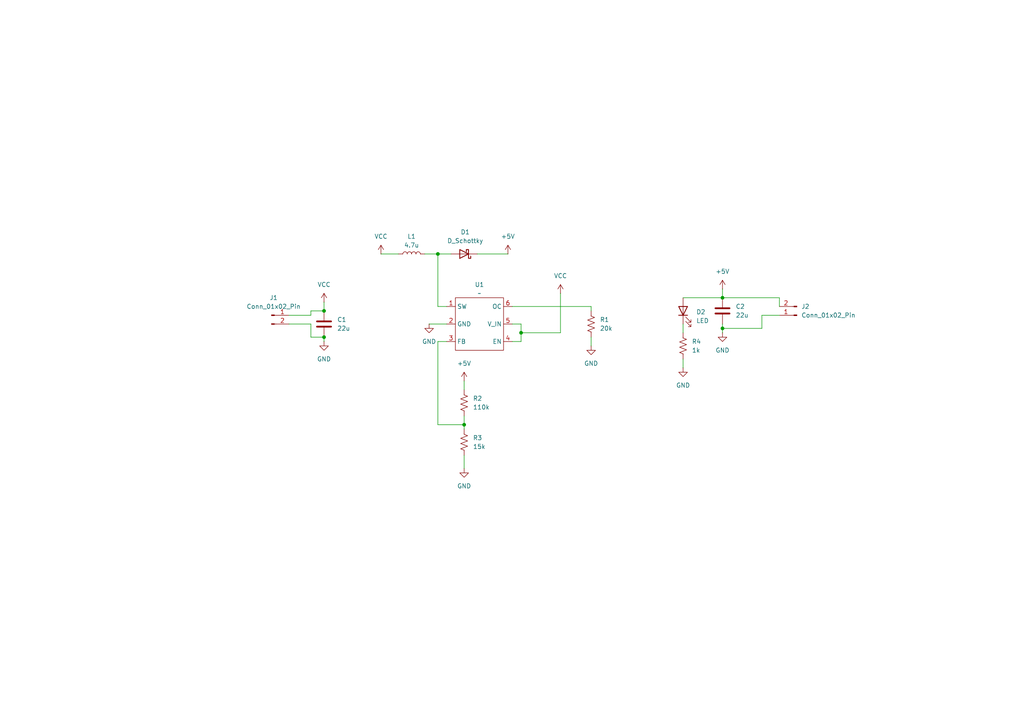
<source format=kicad_sch>
(kicad_sch (version 20250114) (generator "eeschema") (generator_version "9.0")
  (paper "A4")
  (lib_symbols
    (symbol "Connector:Conn_01x02_Pin" (pin_names (offset 1.016) (hide yes))
      (property "Reference" "J" (at 0 2.54 0))
      (property "Value" "Conn_01x02_Pin" (at 0 -5.08 0))
      (symbol "Conn_01x02_Pin_1_1"
        (rectangle (start 0.8636 0.127) (end 0 -0.127) (stroke (width 0.1524)) (fill (type outline)))
        (rectangle (start 0.8636 -2.413) (end 0 -2.667) (stroke (width 0.1524)) (fill (type outline)))
        (polyline (pts (xy 1.27 0) (xy 0.8636 0)) (stroke (width 0.1524)))
        (polyline (pts (xy 1.27 -2.54) (xy 0.8636 -2.54)) (stroke (width 0.1524)))
        (pin passive line (at 5.08 0 180) (length 3.81) (name "Pin_1") (number "1"))
        (pin passive line (at 5.08 -2.54 180) (length 3.81) (name "Pin_2") (number "2"))
      )
    )
    (symbol "Device:C" (pin_numbers (hide yes)) (pin_names (offset 0.254))
      (property "Reference" "C" (at 0.635 2.54 0))
      (property "Value" "C" (at 0.635 -2.54 0))
      (symbol "C_0_1"
        (polyline (pts (xy -2.032 0.762) (xy 2.032 0.762)) (stroke (width 0.508)))
        (polyline (pts (xy -2.032 -0.762) (xy 2.032 -0.762)) (stroke (width 0.508)))
      )
      (symbol "C_1_1"
        (pin passive line (at 0 3.81 270) (length 2.794) (name "~") (number "1"))
        (pin passive line (at 0 -3.81 90) (length 2.794) (name "~") (number "2"))
      )
    )
    (symbol "Device:D_Schottky" (pin_numbers (hide yes)) (pin_names (offset 1.016) (hide yes))
      (property "Reference" "D" (at 0 2.54 0))
      (property "Value" "D_Schottky" (at 0 -2.54 0))
      (symbol "D_Schottky_0_1"
        (polyline (pts (xy -1.905 0.635) (xy -1.905 1.27) (xy -1.27 1.27) (xy -1.27 -1.27) (xy -0.635 -1.27) (xy -0.635 -0.635)) (stroke (width 0.254)))
        (polyline (pts (xy 1.27 1.27) (xy 1.27 -1.27) (xy -1.27 0) (xy 1.27 1.27)) (stroke (width 0.254)))
        (polyline (pts (xy 1.27 0) (xy -1.27 0)))
      )
      (symbol "D_Schottky_1_1"
        (pin passive line (at -3.81 0 0) (length 2.54) (name "K") (number "1"))
        (pin passive line (at 3.81 0 180) (length 2.54) (name "A") (number "2"))
      )
    )
    (symbol "Device:L" (pin_numbers (hide yes)) (pin_names (offset 1.016) (hide yes))
      (property "Reference" "L" (at -1.27 0 90))
      (property "Value" "L" (at 1.905 0 90))
      (symbol "L_0_1"
        (arc (start 0 2.54) (mid 0.6323 1.905) (end 0 1.27))
        (arc (start 0 1.27) (mid 0.6323 0.635) (end 0 0))
        (arc (start 0 0) (mid 0.6323 -0.635) (end 0 -1.27))
        (arc (start 0 -1.27) (mid 0.6323 -1.905) (end 0 -2.54))
      )
      (symbol "L_1_1"
        (pin passive line (at 0 3.81 270) (length 1.27) (name "1") (number "1"))
        (pin passive line (at 0 -3.81 90) (length 1.27) (name "2") (number "2"))
      )
    )
    (symbol "Device:LED" (pin_numbers (hide yes)) (pin_names (offset 1.016) (hide yes))
      (property "Reference" "D" (at 0 2.54 0))
      (property "Value" "LED" (at 0 -2.54 0))
      (symbol "LED_0_1"
        (polyline (pts (xy -3.048 -0.762) (xy -4.572 -2.286) (xy -3.81 -2.286) (xy -4.572 -2.286) (xy -4.572 -1.524)))
        (polyline (pts (xy -1.778 -0.762) (xy -3.302 -2.286) (xy -2.54 -2.286) (xy -3.302 -2.286) (xy -3.302 -1.524)))
        (polyline (pts (xy -1.27 0) (xy 1.27 0)))
        (polyline (pts (xy -1.27 -1.27) (xy -1.27 1.27)) (stroke (width 0.254)))
        (polyline (pts (xy 1.27 -1.27) (xy 1.27 1.27) (xy -1.27 0) (xy 1.27 -1.27)) (stroke (width 0.254)))
      )
      (symbol "LED_1_1"
        (pin passive line (at -3.81 0 0) (length 2.54) (name "K") (number "1"))
        (pin passive line (at 3.81 0 180) (length 2.54) (name "A") (number "2"))
      )
    )
    (symbol "Device:R_US" (pin_numbers (hide yes)) (pin_names (offset 0))
      (property "Reference" "R" (at 2.54 0 90))
      (property "Value" "R_US" (at -2.54 0 90))
      (symbol "R_US_0_1"
        (polyline (pts (xy 0 2.286) (xy 0 2.54)))
        (polyline (pts (xy 0 2.286) (xy 1.016 1.905) (xy 0 1.524) (xy -1.016 1.143) (xy 0 0.762)))
        (polyline (pts (xy 0 0.762) (xy 1.016 0.381) (xy 0 0) (xy -1.016 -0.381) (xy 0 -0.762)))
        (polyline (pts (xy 0 -0.762) (xy 1.016 -1.143) (xy 0 -1.524) (xy -1.016 -1.905) (xy 0 -2.286)))
        (polyline (pts (xy 0 -2.286) (xy 0 -2.54)))
      )
      (symbol "R_US_1_1"
        (pin passive line (at 0 3.81 270) (length 1.27) (name "~") (number "1"))
        (pin passive line (at 0 -3.81 90) (length 1.27) (name "~") (number "2"))
      )
    )
    (symbol "ME433_pcb:MT3608"
      (property "Reference" "U" (at 0 0 0))
      (symbol "MT3608_0_1"
        (rectangle (start -6.35 -2.54) (end 7.62 -17.78))
      )
      (symbol "MT3608_1_1"
        (pin input line (at -8.89 -5.08 0) (length 2.54) (name "SW") (number "1"))
        (pin passive line (at -8.89 -10.16 0) (length 2.54) (name "GND") (number "2"))
        (pin input line (at -8.89 -15.24 0) (length 2.54) (name "FB") (number "3"))
        (pin passive line (at 10.16 -5.08 180) (length 2.54) (name "OC") (number "6"))
        (pin input line (at 10.16 -10.16 180) (length 2.54) (name "V_IN") (number "5"))
        (pin input line (at 10.16 -15.24 180) (length 2.54) (name "EN") (number "4"))
      )
    )
    (symbol "power:+5V" (power) (pin_numbers (hide yes)) (pin_names (offset 0) (hide yes))
      (property "Value" "+5V" (at 0 3.556 0))
      (symbol "+5V_0_1"
        (polyline (pts (xy -0.762 1.27) (xy 0 2.54)))
        (polyline (pts (xy 0 2.54) (xy 0.762 1.27)))
        (polyline (pts (xy 0 0) (xy 0 2.54)))
      )
      (symbol "+5V_1_1"
        (pin power_in line (at 0 0 90) (length 0) (name "~") (number "1"))
      )
    )
    (symbol "power:GND" (power) (pin_numbers (hide yes)) (pin_names (offset 0) (hide yes))
      (property "Value" "GND" (at 0 -3.81 0))
      (symbol "GND_0_1"
        (polyline (pts (xy 0 0) (xy 0 -1.27) (xy 1.27 -1.27) (xy 0 -2.54) (xy -1.27 -1.27) (xy 0 -1.27)))
      )
      (symbol "GND_1_1"
        (pin power_in line (at 0 0 270) (length 0) (name "~") (number "1"))
      )
    )
    (symbol "power:VCC" (power) (pin_numbers (hide yes)) (pin_names (offset 0) (hide yes))
      (property "Value" "VCC" (at 0 3.556 0))
      (symbol "VCC_0_1"
        (polyline (pts (xy -0.762 1.27) (xy 0 2.54)))
        (polyline (pts (xy 0 2.54) (xy 0.762 1.27)))
        (polyline (pts (xy 0 0) (xy 0 2.54)))
      )
      (symbol "VCC_1_1"
        (pin power_in line (at 0 0 90) (length 0) (name "~") (number "1"))
      )
    )
  )
  (junction (at 209.55 86.36))
  (junction (at 127 73.66))
  (junction (at 93.98 97.79))
  (junction (at 93.98 90.17))
  (junction (at 209.55 95.25))
  (junction (at 151.13 96.52))
  (junction (at 134.62 123.19))
  (wire (pts (xy 148.59 99.06) (xy 151.13 99.06)))
  (wire (pts (xy 226.06 86.36) (xy 226.06 88.9)))
  (wire (pts (xy 127 99.06) (xy 129.54 99.06)))
  (wire (pts (xy 123.19 73.66) (xy 127 73.66)))
  (wire (pts (xy 129.54 88.9) (xy 127 88.9)))
  (wire (pts (xy 90.17 93.98) (xy 90.17 97.79)))
  (wire (pts (xy 110.49 73.66) (xy 115.57 73.66)))
  (wire (pts (xy 93.98 90.17) (xy 93.98 87.63)))
  (wire (pts (xy 151.13 96.52) (xy 151.13 99.06)))
  (wire (pts (xy 151.13 93.98) (xy 151.13 96.52)))
  (wire (pts (xy 148.59 88.9) (xy 171.45 88.9)))
  (wire (pts (xy 127 73.66) (xy 127 88.9)))
  (wire (pts (xy 90.17 90.17) (xy 93.98 90.17)))
  (wire (pts (xy 209.55 93.98) (xy 209.55 95.25)))
  (wire (pts (xy 127 123.19) (xy 134.62 123.19)))
  (wire (pts (xy 134.62 123.19) (xy 134.62 124.46)))
  (wire (pts (xy 209.55 86.36) (xy 226.06 86.36)))
  (wire (pts (xy 90.17 90.17) (xy 90.17 91.44)))
  (wire (pts (xy 209.55 83.82) (xy 209.55 86.36)))
  (wire (pts (xy 171.45 88.9) (xy 171.45 90.17)))
  (wire (pts (xy 171.45 97.79) (xy 171.45 100.33)))
  (wire (pts (xy 138.43 73.66) (xy 147.32 73.66)))
  (wire (pts (xy 198.12 93.98) (xy 198.12 96.52)))
  (wire (pts (xy 90.17 97.79) (xy 93.98 97.79)))
  (wire (pts (xy 90.17 93.98) (xy 83.82 93.98)))
  (wire (pts (xy 134.62 132.08) (xy 134.62 135.89)))
  (wire (pts (xy 209.55 95.25) (xy 209.55 96.52)))
  (wire (pts (xy 198.12 104.14) (xy 198.12 106.68)))
  (wire (pts (xy 134.62 123.19) (xy 134.62 120.65)))
  (wire (pts (xy 162.56 85.09) (xy 162.56 96.52)))
  (wire (pts (xy 151.13 96.52) (xy 162.56 96.52)))
  (wire (pts (xy 198.12 86.36) (xy 209.55 86.36)))
  (wire (pts (xy 124.46 93.98) (xy 129.54 93.98)))
  (wire (pts (xy 93.98 97.79) (xy 93.98 99.06)))
  (wire (pts (xy 134.62 110.49) (xy 134.62 113.03)))
  (wire (pts (xy 90.17 91.44) (xy 83.82 91.44)))
  (wire (pts (xy 148.59 93.98) (xy 151.13 93.98)))
  (wire (pts (xy 127 99.06) (xy 127 123.19)))
  (wire (pts (xy 226.06 91.44) (xy 220.98 91.44)))
  (wire (pts (xy 127 73.66) (xy 130.81 73.66)))
  (wire (pts (xy 220.98 91.44) (xy 220.98 95.25)))
  (wire (pts (xy 220.98 95.25) (xy 209.55 95.25)))
  (symbol (lib_id "Device:C") (at 93.98 93.98 0) (unit 1)
    (property "Reference" "C1" (at 97.79 92.7099 0) (effects (justify left)))
    (property "Value" "22u" (at 97.79 95.2499 0) (effects (justify left)))
    (property "Footprint" "Capacitor_SMD:C_0603_1608Metric_Pad1.08x0.95mm_HandSolder" (effects (hide yes)))
    (property "Description" "Unpolarized capacitor" (effects (hide yes)))
  )
  (symbol (lib_id "power:GND") (at 198.12 106.68 0) (unit 1)
    (property "Reference" "#PWR012" (effects (hide yes)))
    (property "Value" "GND" (at 198.12 111.76 0))
    (property "Description" "Power symbol creates a global label with name \"GND\" , ground" (effects (hide yes)))
  )
  (symbol (lib_id "power:VCC") (at 93.98 87.63 0) (unit 1)
    (property "Reference" "#PWR02" (effects (hide yes)))
    (property "Value" "VCC" (at 93.98 82.55 0))
    (property "Description" "Power symbol creates a global label with name \"VCC\"" (effects (hide yes)))
  )
  (symbol (lib_id "power:+5V") (at 209.55 83.82 0) (unit 1)
    (property "Reference" "#PWR04" (effects (hide yes)))
    (property "Value" "+5V" (at 209.55 78.74 0))
    (property "Description" "Power symbol creates a global label with name \"+5V\"" (effects (hide yes)))
  )
  (symbol (lib_id "Connector:Conn_01x02_Pin") (at 231.14 91.44 180) (unit 1)
    (property "Reference" "J2" (at 232.41 88.8999 0) (effects (justify right)))
    (property "Value" "Conn_01x02_Pin" (at 232.41 91.4399 0) (effects (justify right)))
    (property "Footprint" "Connector_PinHeader_2.54mm:PinHeader_1x02_P2.54mm_Vertical" (effects (hide yes)))
    (property "Description" "Generic connector, single row, 01x02, script generated" (effects (hide yes)))
  )
  (symbol (lib_id "Device:LED") (at 198.12 90.17 90) (unit 1)
    (property "Reference" "D2" (at 201.93 90.4874 90) (effects (justify right)))
    (property "Value" "LED" (at 201.93 93.0274 90) (effects (justify right)))
    (property "Footprint" "LED_SMD:LED_0603_1608Metric" (effects (hide yes)))
    (property "Description" "Light emitting diode" (effects (hide yes)))
    (property "Sim.Pins" "1=K 2=A" (effects (hide yes)))
  )
  (symbol (lib_id "ME433_pcb:MT3608") (at 138.43 83.82 0) (unit 1)
    (property "Reference" "U1" (at 139.065 82.55 0))
    (property "Value" "~" (at 139.065 85.09 0))
    (property "Footprint" "Package_TO_SOT_SMD:SOT-23-6" (effects (hide yes)))
  )
  (symbol (lib_id "Device:R_US") (at 134.62 128.27 0) (unit 1)
    (property "Reference" "R3" (at 137.16 126.9999 0) (effects (justify left)))
    (property "Value" "15k" (at 137.16 129.5399 0) (effects (justify left)))
    (property "Footprint" "Resistor_SMD:R_0805_2012Metric" (effects (hide yes)))
    (property "Description" "Resistor, US symbol" (effects (hide yes)))
  )
  (symbol (lib_id "Device:L") (at 119.38 73.66 90) (unit 1)
    (property "Reference" "L1" (at 119.38 68.58 90))
    (property "Value" "4.7u" (at 119.38 71.12 90))
    (property "Footprint" "Inductor_SMD:L_0805_2012Metric" (effects (hide yes)))
    (property "Description" "Inductor" (effects (hide yes)))
  )
  (symbol (lib_id "Device:C") (at 209.55 90.17 0) (unit 1)
    (property "Reference" "C2" (at 213.36 88.8999 0) (effects (justify left)))
    (property "Value" "22u" (at 213.36 91.4399 0) (effects (justify left)))
    (property "Footprint" "Capacitor_SMD:C_0603_1608Metric_Pad1.08x0.95mm_HandSolder" (effects (hide yes)))
    (property "Description" "Unpolarized capacitor" (effects (hide yes)))
  )
  (symbol (lib_id "power:GND") (at 134.62 135.89 0) (unit 1)
    (property "Reference" "#PWR011" (effects (hide yes)))
    (property "Value" "GND" (at 134.62 140.97 0))
    (property "Description" "Power symbol creates a global label with name \"GND\" , ground" (effects (hide yes)))
  )
  (symbol (lib_id "power:GND") (at 93.98 99.06 0) (unit 1)
    (property "Reference" "#PWR03" (effects (hide yes)))
    (property "Value" "GND" (at 93.98 104.14 0))
    (property "Description" "Power symbol creates a global label with name \"GND\" , ground" (effects (hide yes)))
  )
  (symbol (lib_id "power:GND") (at 171.45 100.33 0) (unit 1)
    (property "Reference" "#PWR08" (effects (hide yes)))
    (property "Value" "GND" (at 171.45 105.41 0))
    (property "Description" "Power symbol creates a global label with name \"GND\" , ground" (effects (hide yes)))
  )
  (symbol (lib_id "power:GND") (at 124.46 93.98 0) (unit 1)
    (property "Reference" "#PWR01" (effects (hide yes)))
    (property "Value" "GND" (at 124.46 99.06 0))
    (property "Description" "Power symbol creates a global label with name \"GND\" , ground" (effects (hide yes)))
  )
  (symbol (lib_id "power:GND") (at 209.55 96.52 0) (unit 1)
    (property "Reference" "#PWR05" (effects (hide yes)))
    (property "Value" "GND" (at 209.55 101.6 0))
    (property "Description" "Power symbol creates a global label with name \"GND\" , ground" (effects (hide yes)))
  )
  (symbol (lib_id "Device:R_US") (at 171.45 93.98 0) (unit 1)
    (property "Reference" "R1" (at 173.99 92.7099 0) (effects (justify left)))
    (property "Value" "20k" (at 173.99 95.2499 0) (effects (justify left)))
    (property "Footprint" "Resistor_SMD:R_0805_2012Metric" (effects (hide yes)))
    (property "Description" "Resistor, US symbol" (effects (hide yes)))
  )
  (symbol (lib_id "Connector:Conn_01x02_Pin") (at 78.74 91.44 0) (unit 1)
    (property "Reference" "J1" (at 79.375 86.36 0))
    (property "Value" "Conn_01x02_Pin" (at 79.375 88.9 0))
    (property "Footprint" "Connector_PinHeader_2.54mm:PinHeader_1x02_P2.54mm_Vertical" (effects (hide yes)))
    (property "Description" "Generic connector, single row, 01x02, script generated" (effects (hide yes)))
  )
  (symbol (lib_id "power:+5V") (at 134.62 110.49 0) (unit 1)
    (property "Reference" "#PWR010" (effects (hide yes)))
    (property "Value" "+5V" (at 134.62 105.41 0))
    (property "Description" "Power symbol creates a global label with name \"+5V\"" (effects (hide yes)))
  )
  (symbol (lib_id "Device:D_Schottky") (at 134.62 73.66 180) (unit 1)
    (property "Reference" "D1" (at 134.9375 67.31 0))
    (property "Value" "D_Schottky" (at 134.9375 69.85 0))
    (property "Footprint" "Diode_SMD:D_SOD-123" (effects (hide yes)))
    (property "Description" "Schottky diode" (effects (hide yes)))
  )
  (symbol (lib_id "power:VCC") (at 110.49 73.66 0) (unit 1)
    (property "Reference" "#PWR06" (effects (hide yes)))
    (property "Value" "VCC" (at 110.49 68.58 0))
    (property "Description" "Power symbol creates a global label with name \"VCC\"" (effects (hide yes)))
  )
  (symbol (lib_id "power:VCC") (at 162.56 85.09 0) (unit 1)
    (property "Reference" "#PWR09" (effects (hide yes)))
    (property "Value" "VCC" (at 162.56 80.01 0))
    (property "Description" "Power symbol creates a global label with name \"VCC\"" (effects (hide yes)))
  )
  (symbol (lib_id "Device:R_US") (at 198.12 100.33 0) (unit 1)
    (property "Reference" "R4" (at 200.66 99.0599 0) (effects (justify left)))
    (property "Value" "1k" (at 200.66 101.5999 0) (effects (justify left)))
    (property "Footprint" "Resistor_SMD:R_0805_2012Metric" (effects (hide yes)))
    (property "Description" "Resistor, US symbol" (effects (hide yes)))
  )
  (symbol (lib_id "power:+5V") (at 147.32 73.66 0) (unit 1)
    (property "Reference" "#PWR07" (effects (hide yes)))
    (property "Value" "+5V" (at 147.32 68.58 0))
    (property "Description" "Power symbol creates a global label with name \"+5V\"" (effects (hide yes)))
  )
  (symbol (lib_id "Device:R_US") (at 134.62 116.84 0) (unit 1)
    (property "Reference" "R2" (at 137.16 115.5699 0) (effects (justify left)))
    (property "Value" "110k" (at 137.16 118.1099 0) (effects (justify left)))
    (property "Footprint" "Resistor_SMD:R_0805_2012Metric" (effects (hide yes)))
    (property "Description" "Resistor, US symbol" (effects (hide yes)))
  )
)
</source>
